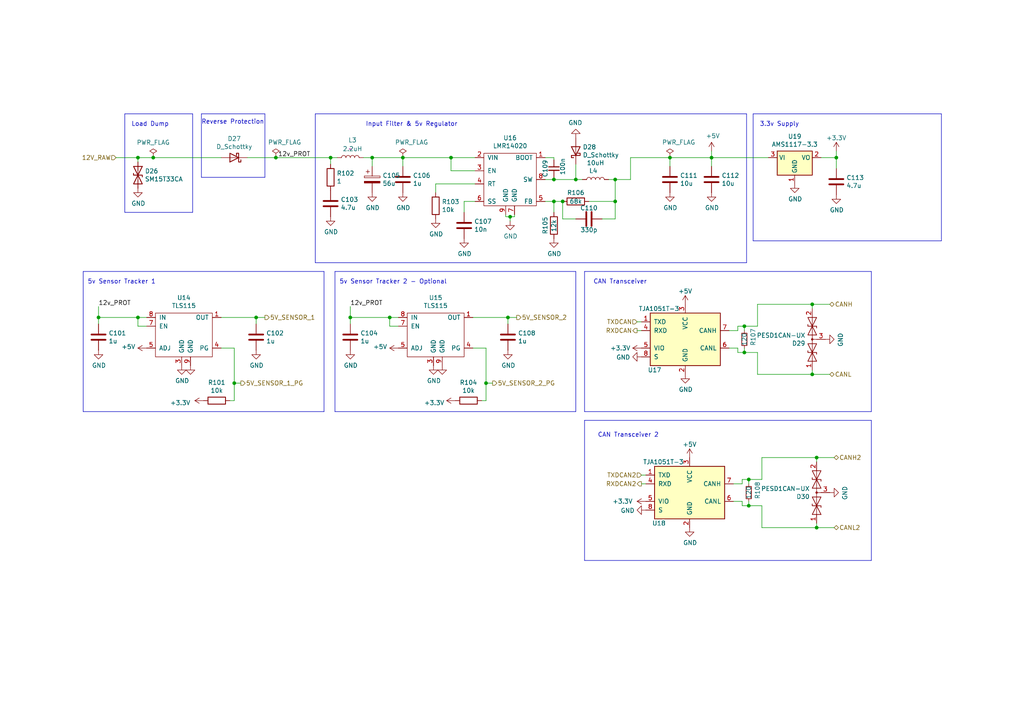
<source format=kicad_sch>
(kicad_sch (version 20231120) (generator "eeschema") (generator_version "8.0")
  (paper "A4")
  (lib_symbols
    (symbol "Device:C" (pin_numbers hide) (pin_names (offset 0.254))
      (property "Reference" "C" (at 0.635 2.54 0))
      (property "Value" "C" (at 0.635 -2.54 0))
      (symbol "C_0_1"
        (polyline (pts (xy -2.032 -0.762) (xy 2.032 -0.762)) (stroke (width 0.508)))
        (polyline (pts (xy -2.032 0.762) (xy 2.032 0.762)) (stroke (width 0.508)))
      )
      (symbol "C_1_1"
        (pin passive line (at 0 3.81 270) (length 2.794) (name "~") (number "1"))
        (pin passive line (at 0 -3.81 90) (length 2.794) (name "~") (number "2"))
      )
    )
    (symbol "Device:C_Small" (pin_numbers hide) (pin_names (offset 0.254) hide)
      (property "Reference" "C" (at 0.254 1.778 0))
      (property "Value" "C_Small" (at 0.254 -2.032 0))
      (symbol "C_Small_0_1"
        (polyline (pts (xy -1.524 -0.508) (xy 1.524 -0.508)) (stroke (width 0.3302)))
        (polyline (pts (xy -1.524 0.508) (xy 1.524 0.508)) (stroke (width 0.3048)))
      )
      (symbol "C_Small_1_1"
        (pin passive line (at 0 2.54 270) (length 2.032) (name "~") (number "1"))
        (pin passive line (at 0 -2.54 90) (length 2.032) (name "~") (number "2"))
      )
    )
    (symbol "Device:D_Schottky" (pin_numbers hide) (pin_names (offset 1.016) hide)
      (property "Reference" "D" (at 0 2.54 0))
      (property "Value" "D_Schottky" (at 0 -2.54 0))
      (symbol "D_Schottky_0_1"
        (polyline (pts (xy 1.27 0) (xy -1.27 0)))
        (polyline (pts (xy 1.27 1.27) (xy 1.27 -1.27) (xy -1.27 0) (xy 1.27 1.27)) (stroke (width 0.254)))
        (polyline (pts (xy -1.905 0.635) (xy -1.905 1.27) (xy -1.27 1.27) (xy -1.27 -1.27) (xy -0.635 -1.27) (xy -0.635 -0.635)) (stroke (width 0.254)))
      )
      (symbol "D_Schottky_1_1"
        (pin passive line (at -3.81 0 0) (length 2.54) (name "K") (number "1"))
        (pin passive line (at 3.81 0 180) (length 2.54) (name "A") (number "2"))
      )
    )
    (symbol "Device:D_TVS" (pin_numbers hide) (pin_names (offset 1.016) hide)
      (property "Reference" "D" (at 0 2.54 0))
      (property "Value" "D_TVS" (at 0 -2.54 0))
      (symbol "D_TVS_0_1"
        (polyline (pts (xy 1.27 0) (xy -1.27 0)))
        (polyline (pts (xy 0.508 1.27) (xy 0 1.27) (xy 0 -1.27) (xy -0.508 -1.27)) (stroke (width 0.254)))
        (polyline (pts (xy -2.54 1.27) (xy -2.54 -1.27) (xy 2.54 1.27) (xy 2.54 -1.27) (xy -2.54 1.27)) (stroke (width 0.254)))
      )
      (symbol "D_TVS_1_1"
        (pin passive line (at -3.81 0 0) (length 2.54) (name "A1") (number "1"))
        (pin passive line (at 3.81 0 180) (length 2.54) (name "A2") (number "2"))
      )
    )
    (symbol "Device:L" (pin_numbers hide) (pin_names (offset 1.016) hide)
      (property "Reference" "L" (at -1.27 0 90))
      (property "Value" "L" (at 1.905 0 90))
      (symbol "L_0_1"
        (arc (start 0 -2.54) (mid 0.6323 -1.905) (end 0 -1.27))
        (arc (start 0 -1.27) (mid 0.6323 -0.635) (end 0 0))
        (arc (start 0 0) (mid 0.6323 0.635) (end 0 1.27))
        (arc (start 0 1.27) (mid 0.6323 1.905) (end 0 2.54))
      )
      (symbol "L_1_1"
        (pin passive line (at 0 3.81 270) (length 1.27) (name "1") (number "1"))
        (pin passive line (at 0 -3.81 90) (length 1.27) (name "2") (number "2"))
      )
    )
    (symbol "Device:R" (pin_numbers hide) (pin_names (offset 0))
      (property "Reference" "R" (at 2.032 0 90))
      (property "Value" "R" (at 0 0 90))
      (symbol "R_0_1"
        (rectangle (start -1.016 -2.54) (end 1.016 2.54) (stroke (width 0.254)))
      )
      (symbol "R_1_1"
        (pin passive line (at 0 3.81 270) (length 1.27) (name "~") (number "1"))
        (pin passive line (at 0 -3.81 90) (length 1.27) (name "~") (number "2"))
      )
    )
    (symbol "Device:R_Small" (pin_numbers hide) (pin_names (offset 0.254) hide)
      (property "Reference" "R" (at 0.762 0.508 0))
      (property "Value" "R_Small" (at 0.762 -1.016 0))
      (symbol "R_Small_0_1"
        (rectangle (start -0.762 1.778) (end 0.762 -1.778) (stroke (width 0.2032)))
      )
      (symbol "R_Small_1_1"
        (pin passive line (at 0 2.54 270) (length 0.762) (name "~") (number "1"))
        (pin passive line (at 0 -2.54 90) (length 0.762) (name "~") (number "2"))
      )
    )
    (symbol "Interface_CAN_LIN:TJA1051T-3" (pin_names (offset 1.016))
      (property "Reference" "U" (at -10.16 8.89 0))
      (property "Value" "TJA1051T-3" (at 1.27 8.89 0))
      (symbol "TJA1051T-3_0_1"
        (rectangle (start -10.16 7.62) (end 10.16 -7.62) (stroke (width 0.254)) (fill (type background)))
      )
      (symbol "TJA1051T-3_1_1"
        (pin input line (at -12.7 5.08 0) (length 2.54) (name "TXD") (number "1"))
        (pin power_in line (at 0 -10.16 90) (length 2.54) (name "GND") (number "2"))
        (pin power_in line (at 0 10.16 270) (length 2.54) (name "VCC") (number "3"))
        (pin output line (at -12.7 2.54 0) (length 2.54) (name "RXD") (number "4"))
        (pin power_in line (at -12.7 -2.54 0) (length 2.54) (name "VIO") (number "5"))
        (pin bidirectional line (at 12.7 -2.54 180) (length 2.54) (name "CANL") (number "6"))
        (pin bidirectional line (at 12.7 2.54 180) (length 2.54) (name "CANH") (number "7"))
        (pin input line (at -12.7 -5.08 0) (length 2.54) (name "S") (number "8"))
      )
    )
    (symbol "Regulator_Linear:AMS1117-3.3"
      (property "Reference" "U" (at -3.81 3.175 0))
      (property "Value" "AMS1117-3.3" (at 0 3.175 0))
      (symbol "AMS1117-3.3_0_1"
        (rectangle (start -5.08 -5.08) (end 5.08 1.905) (stroke (width 0.254)) (fill (type background)))
      )
      (symbol "AMS1117-3.3_1_1"
        (pin power_in line (at 0 -7.62 90) (length 2.54) (name "GND") (number "1"))
        (pin power_out line (at 7.62 0 180) (length 2.54) (name "VO") (number "2"))
        (pin power_in line (at -7.62 0 0) (length 2.54) (name "VI") (number "3"))
      )
    )
    (symbol "infineon_psu:TLS115" (pin_names (offset 1.016))
      (property "Reference" "U" (at -6.35 -10.16 0))
      (property "Value" "TLS115" (at -3.81 5.08 0))
      (symbol "TLS115_0_1"
        (rectangle (start -7.62 3.81) (end 8.89 -8.89))
      )
      (symbol "TLS115_1_1"
        (pin output line (at 11.43 2.54 180) (length 2.54) (name "OUT") (number "1"))
        (pin no_connect line (at 0 0 0) (length 2.54) hide (name "~") (number "2"))
        (pin power_in line (at 0 -11.43 90) (length 2.54) (name "GND") (number "3"))
        (pin open_collector line (at 11.43 -6.35 180) (length 2.54) (name "PG") (number "4"))
        (pin input line (at -10.16 -6.35 0) (length 2.54) (name "ADJ") (number "5"))
        (pin no_connect line (at 0 -2.54 0) (length 2.54) hide (name "~") (number "6"))
        (pin input line (at -10.16 0 0) (length 2.54) (name "EN") (number "7"))
        (pin power_in line (at -10.16 2.54 0) (length 2.54) (name "IN") (number "8"))
        (pin power_in line (at 2.54 -11.43 90) (length 2.54) (name "GND") (number "9"))
      )
    )
    (symbol "lmr14020:LMR14020" (pin_names (offset 1.016))
      (property "Reference" "U" (at -3.81 -11.43 0))
      (property "Value" "LMR14020" (at 2.54 8.89 0))
      (symbol "LMR14020_0_1"
        (rectangle (start -5.08 -8.89) (end 10.16 6.35))
      )
      (symbol "LMR14020_1_1"
        (pin bidirectional line (at 12.7 5.08 180) (length 2.54) (name "BOOT") (number "1"))
        (pin power_in line (at -7.62 5.08 0) (length 2.54) (name "VIN") (number "2"))
        (pin input line (at -7.62 1.27 0) (length 2.54) (name "EN") (number "3"))
        (pin bidirectional line (at -7.62 -2.54 0) (length 2.54) (name "RT") (number "4"))
        (pin input line (at 12.7 -7.62 180) (length 2.54) (name "FB") (number "5"))
        (pin bidirectional line (at -7.62 -7.62 0) (length 2.54) (name "SS") (number "6"))
        (pin power_in line (at 3.81 -11.43 90) (length 2.54) (name "GND") (number "7"))
        (pin power_out line (at 12.7 -1.27 180) (length 2.54) (name "SW") (number "8"))
        (pin power_in line (at 1.27 -11.43 90) (length 2.54) (name "GND") (number "9"))
      )
    )
    (symbol "power:+3.3V" (power) (pin_names (offset 0))
      (property "Value" "+3.3V" (at 0 3.556 0))
      (symbol "+3.3V_0_1"
        (polyline (pts (xy -0.762 1.27) (xy 0 2.54)))
        (polyline (pts (xy 0 0) (xy 0 2.54)))
        (polyline (pts (xy 0 2.54) (xy 0.762 1.27)))
      )
      (symbol "+3.3V_1_1"
        (pin power_in line (at 0 0 90) (length 0) hide (name "+3.3V") (number "1"))
      )
    )
    (symbol "power:+5V" (power) (pin_names (offset 0))
      (property "Value" "+5V" (at 0 3.556 0))
      (symbol "+5V_0_1"
        (polyline (pts (xy -0.762 1.27) (xy 0 2.54)))
        (polyline (pts (xy 0 0) (xy 0 2.54)))
        (polyline (pts (xy 0 2.54) (xy 0.762 1.27)))
      )
      (symbol "+5V_1_1"
        (pin power_in line (at 0 0 90) (length 0) hide (name "+5V") (number "1"))
      )
    )
    (symbol "power:GND" (power) (pin_names (offset 0))
      (property "Value" "GND" (at 0 -3.81 0))
      (symbol "GND_0_1"
        (polyline (pts (xy 0 0) (xy 0 -1.27) (xy 1.27 -1.27) (xy 0 -2.54) (xy -1.27 -1.27) (xy 0 -1.27)))
      )
      (symbol "GND_1_1"
        (pin power_in line (at 0 0 270) (length 0) hide (name "GND") (number "1"))
      )
    )
    (symbol "power:PWR_FLAG" (power) (pin_numbers hide) (pin_names (offset 0) hide)
      (property "Value" "PWR_FLAG" (at 0 3.81 0))
      (symbol "PWR_FLAG_0_0"
        (pin power_out line (at 0 0 90) (length 0) (name "pwr") (number "1"))
      )
      (symbol "PWR_FLAG_0_1"
        (polyline (pts (xy 0 0) (xy 0 1.27) (xy -1.016 1.905) (xy 0 2.54) (xy 1.016 1.905) (xy 0 1.27)))
      )
    )
    (symbol "proteus-rescue:CP-Device" (pin_numbers hide) (pin_names (offset 0.254))
      (property "Reference" "C" (at 0.635 2.54 0))
      (property "Value" "Device_CP" (at 0.635 -2.54 0))
      (symbol "CP-Device_0_1"
        (rectangle (start -2.286 0.508) (end 2.286 1.016))
        (polyline (pts (xy -1.778 2.286) (xy -0.762 2.286)))
        (polyline (pts (xy -1.27 2.794) (xy -1.27 1.778)))
        (rectangle (start 2.286 -0.508) (end -2.286 -1.016) (fill (type outline)))
      )
      (symbol "CP-Device_1_1"
        (pin passive line (at 0 3.81 270) (length 2.794) (name "~") (number "1"))
        (pin passive line (at 0 -3.81 90) (length 2.794) (name "~") (number "2"))
      )
    )
    (symbol "proteus-rescue:D_TVS_x2_AAC-Device" (pin_names (offset 1.016) hide)
      (property "Reference" "D" (at 0 4.445 0))
      (property "Value" "Device_D_TVS_x2_AAC" (at 0 2.54 0))
      (symbol "D_TVS_x2_AAC-Device_0_0"
        (polyline (pts (xy 0 -1.27) (xy 0 0)))
      )
      (symbol "D_TVS_x2_AAC-Device_0_1"
        (polyline (pts (xy -6.35 0) (xy 6.35 0)))
        (polyline (pts (xy -3.302 1.27) (xy -3.81 1.27) (xy -3.81 -1.27) (xy -4.318 -1.27)) (stroke (width 0.2032)))
        (polyline (pts (xy 4.318 1.27) (xy 3.81 1.27) (xy 3.81 -1.27) (xy 3.302 -1.27)) (stroke (width 0.2032)))
        (polyline (pts (xy -6.35 -1.27) (xy -1.27 1.27) (xy -1.27 -1.27) (xy -6.35 1.27) (xy -6.35 -1.27)) (stroke (width 0.2032)))
        (polyline (pts (xy 1.27 -1.27) (xy 1.27 1.27) (xy 6.35 -1.27) (xy 6.35 1.27) (xy 1.27 -1.27)) (stroke (width 0.2032)))
        (circle (center 0 0) (radius 0.254) (fill (type outline)))
      )
      (symbol "D_TVS_x2_AAC-Device_1_1"
        (pin passive line (at -8.89 0 0) (length 2.54) (name "A1") (number "1"))
        (pin passive line (at 8.89 0 180) (length 2.54) (name "A2") (number "2"))
        (pin input line (at 0 -3.81 90) (length 2.54) (name "common") (number "3"))
      )
    )
  )
  (junction (at 235.585 88.265))
  (junction (at 235.585 108.585))
  (junction (at 178.435 58.42))
  (junction (at 206.375 45.72))
  (junction (at 236.855 153.035))
  (junction (at 160.655 58.42))
  (junction (at 194.31 45.72))
  (junction (at 116.84 45.72))
  (junction (at 140.97 111.125))
  (junction (at 215.9 94.615))
  (junction (at 160.655 52.07))
  (junction (at 130.81 45.72))
  (junction (at 40.005 45.72))
  (junction (at 236.855 132.715))
  (junction (at 215.9 102.235))
  (junction (at 107.95 45.72))
  (junction (at 147.32 92.075))
  (junction (at 167.005 52.07))
  (junction (at 113.03 92.075))
  (junction (at 95.885 45.72))
  (junction (at 178.435 52.07))
  (junction (at 242.57 45.72))
  (junction (at 101.6 92.075))
  (junction (at 217.17 139.065))
  (junction (at 80.01 45.72))
  (junction (at 44.45 45.72))
  (junction (at 163.195 58.42))
  (junction (at 217.17 146.685))
  (junction (at 74.295 92.075))
  (junction (at 67.945 111.125))
  (junction (at 28.575 92.075))
  (junction (at 147.955 62.865))
  (junction (at 40.005 92.075))
  (wire (pts (xy 95.885 45.72) (xy 95.885 47.625)))
  (wire (pts (xy 211.455 95.885) (xy 213.995 95.885)))
  (wire (pts (xy 101.6 93.98) (xy 101.6 92.075)))
  (wire (pts (xy 178.435 52.07) (xy 182.88 52.07)))
  (wire (pts (xy 146.685 62.23) (xy 146.685 62.865)))
  (wire (pts (xy 142.875 111.125) (xy 140.97 111.125)))
  (wire (pts (xy 28.575 93.98) (xy 28.575 92.075)))
  (polyline (pts (xy 24.13 119.38) (xy 24.13 78.74)))
  (wire (pts (xy 235.585 88.265) (xy 219.71 88.265)))
  (polyline (pts (xy 36.195 61.595) (xy 55.88 61.595)))
  (wire (pts (xy 28.575 88.9) (xy 28.575 92.075)))
  (wire (pts (xy 217.17 139.065) (xy 215.265 139.065)))
  (wire (pts (xy 182.88 45.72) (xy 194.31 45.72)))
  (wire (pts (xy 105.41 45.72) (xy 107.95 45.72)))
  (wire (pts (xy 149.86 92.075) (xy 147.32 92.075)))
  (wire (pts (xy 220.98 153.035) (xy 220.98 146.685)))
  (wire (pts (xy 167.005 47.625) (xy 167.005 52.07)))
  (wire (pts (xy 184.785 95.885) (xy 186.055 95.885)))
  (wire (pts (xy 215.265 140.335) (xy 215.265 139.065)))
  (polyline (pts (xy 91.44 76.2) (xy 216.535 76.2)))
  (wire (pts (xy 217.17 145.415) (xy 217.17 146.685)))
  (wire (pts (xy 178.435 58.42) (xy 178.435 52.07)))
  (polyline (pts (xy 36.195 33.02) (xy 55.88 33.02)))
  (wire (pts (xy 213.995 95.885) (xy 213.995 94.615)))
  (wire (pts (xy 64.135 100.965) (xy 67.945 100.965)))
  (wire (pts (xy 212.725 145.415) (xy 215.265 145.415)))
  (wire (pts (xy 206.375 43.815) (xy 206.375 45.72)))
  (wire (pts (xy 69.85 111.125) (xy 67.945 111.125)))
  (wire (pts (xy 134.62 61.595) (xy 134.62 58.42)))
  (wire (pts (xy 126.365 55.88) (xy 126.365 53.34)))
  (wire (pts (xy 217.17 139.065) (xy 220.98 139.065)))
  (wire (pts (xy 194.31 45.72) (xy 194.31 48.26)))
  (polyline (pts (xy 169.545 121.92) (xy 252.73 121.92)))
  (wire (pts (xy 215.265 145.415) (xy 215.265 146.685)))
  (wire (pts (xy 167.005 52.07) (xy 168.91 52.07)))
  (wire (pts (xy 107.95 45.72) (xy 107.95 48.26)))
  (wire (pts (xy 116.84 45.72) (xy 130.81 45.72)))
  (wire (pts (xy 178.435 58.42) (xy 178.435 63.5)))
  (wire (pts (xy 182.88 52.07) (xy 182.88 45.72)))
  (wire (pts (xy 158.115 45.72) (xy 160.655 45.72)))
  (polyline (pts (xy 218.44 33.02) (xy 273.05 33.02)))
  (polyline (pts (xy 252.73 121.92) (xy 252.73 162.56)))
  (wire (pts (xy 187.325 137.795) (xy 186.055 137.795)))
  (wire (pts (xy 158.115 52.07) (xy 160.655 52.07)))
  (wire (pts (xy 211.455 100.965) (xy 213.995 100.965)))
  (polyline (pts (xy 169.545 119.38) (xy 169.545 78.74)))
  (wire (pts (xy 215.9 94.615) (xy 213.995 94.615)))
  (polyline (pts (xy 76.835 51.435) (xy 58.42 51.435)))
  (wire (pts (xy 134.62 58.42) (xy 137.795 58.42)))
  (polyline (pts (xy 216.535 33.02) (xy 91.44 33.02)))
  (wire (pts (xy 130.81 49.53) (xy 137.795 49.53)))
  (polyline (pts (xy 24.13 78.74) (xy 93.98 78.74)))
  (polyline (pts (xy 93.98 119.38) (xy 24.13 119.38)))
  (polyline (pts (xy 76.835 33.02) (xy 76.835 51.435)))
  (polyline (pts (xy 167.005 78.74) (xy 167.005 119.38)))
  (wire (pts (xy 236.855 153.035) (xy 236.855 151.765)))
  (polyline (pts (xy 169.545 162.56) (xy 169.545 121.92)))
  (wire (pts (xy 101.6 88.9) (xy 101.6 92.075)))
  (wire (pts (xy 178.435 63.5) (xy 174.625 63.5)))
  (wire (pts (xy 40.005 45.72) (xy 40.005 46.99)))
  (wire (pts (xy 137.16 100.965) (xy 140.97 100.965)))
  (polyline (pts (xy 218.44 69.85) (xy 218.44 33.02)))
  (wire (pts (xy 213.995 100.965) (xy 213.995 102.235)))
  (wire (pts (xy 113.03 92.075) (xy 115.57 92.075)))
  (polyline (pts (xy 97.155 78.74) (xy 167.005 78.74)))
  (wire (pts (xy 147.955 64.135) (xy 147.955 62.865)))
  (wire (pts (xy 240.665 108.585) (xy 235.585 108.585)))
  (polyline (pts (xy 58.42 51.435) (xy 58.42 33.02)))
  (wire (pts (xy 158.115 58.42) (xy 160.655 58.42)))
  (wire (pts (xy 160.655 58.42) (xy 160.655 61.595)))
  (polyline (pts (xy 216.535 76.2) (xy 216.535 33.02)))
  (wire (pts (xy 242.57 43.815) (xy 242.57 45.72)))
  (wire (pts (xy 95.885 45.72) (xy 97.79 45.72)))
  (wire (pts (xy 235.585 88.265) (xy 235.585 89.535)))
  (wire (pts (xy 67.945 100.965) (xy 67.945 111.125)))
  (wire (pts (xy 40.005 92.075) (xy 42.545 92.075)))
  (wire (pts (xy 220.98 146.685) (xy 217.17 146.685)))
  (wire (pts (xy 215.9 94.615) (xy 219.71 94.615)))
  (wire (pts (xy 219.71 108.585) (xy 219.71 102.235)))
  (wire (pts (xy 147.32 92.075) (xy 147.32 93.98)))
  (polyline (pts (xy 252.73 78.74) (xy 252.73 119.38)))
  (wire (pts (xy 33.655 45.72) (xy 40.005 45.72)))
  (wire (pts (xy 139.7 116.205) (xy 140.97 116.205)))
  (wire (pts (xy 206.375 45.72) (xy 206.375 48.26)))
  (wire (pts (xy 160.655 52.07) (xy 167.005 52.07)))
  (wire (pts (xy 137.16 92.075) (xy 147.32 92.075)))
  (wire (pts (xy 170.815 58.42) (xy 178.435 58.42)))
  (wire (pts (xy 44.45 45.72) (xy 40.005 45.72)))
  (wire (pts (xy 219.71 88.265) (xy 219.71 94.615)))
  (wire (pts (xy 130.81 45.72) (xy 137.795 45.72)))
  (wire (pts (xy 67.945 116.205) (xy 67.945 111.125)))
  (wire (pts (xy 215.9 102.235) (xy 213.995 102.235)))
  (polyline (pts (xy 167.005 119.38) (xy 97.155 119.38)))
  (wire (pts (xy 115.57 94.615) (xy 113.03 94.615)))
  (wire (pts (xy 71.755 45.72) (xy 80.01 45.72)))
  (wire (pts (xy 186.055 140.335) (xy 187.325 140.335)))
  (wire (pts (xy 186.055 93.345) (xy 184.785 93.345)))
  (wire (pts (xy 235.585 108.585) (xy 235.585 107.315)))
  (wire (pts (xy 42.545 94.615) (xy 40.005 94.615)))
  (polyline (pts (xy 91.44 33.02) (xy 91.44 76.2)))
  (wire (pts (xy 101.6 92.075) (xy 113.03 92.075)))
  (polyline (pts (xy 93.98 78.74) (xy 93.98 119.38)))
  (wire (pts (xy 160.655 45.72) (xy 160.655 46.355)))
  (polyline (pts (xy 55.88 33.02) (xy 55.88 61.595)))
  (wire (pts (xy 160.655 58.42) (xy 163.195 58.42)))
  (wire (pts (xy 236.855 132.715) (xy 220.98 132.715)))
  (wire (pts (xy 66.675 116.205) (xy 67.945 116.205)))
  (wire (pts (xy 116.84 48.26) (xy 116.84 45.72)))
  (wire (pts (xy 212.725 140.335) (xy 215.265 140.335)))
  (wire (pts (xy 206.375 45.72) (xy 222.885 45.72)))
  (wire (pts (xy 219.71 102.235) (xy 215.9 102.235)))
  (wire (pts (xy 217.17 146.685) (xy 215.265 146.685)))
  (wire (pts (xy 215.9 95.885) (xy 215.9 94.615)))
  (polyline (pts (xy 252.73 119.38) (xy 169.545 119.38)))
  (wire (pts (xy 64.135 92.075) (xy 74.295 92.075)))
  (wire (pts (xy 126.365 53.34) (xy 137.795 53.34)))
  (wire (pts (xy 236.855 153.035) (xy 220.98 153.035)))
  (wire (pts (xy 163.195 63.5) (xy 163.195 58.42)))
  (wire (pts (xy 130.81 45.72) (xy 130.81 49.53)))
  (wire (pts (xy 146.685 62.865) (xy 147.955 62.865)))
  (wire (pts (xy 241.935 132.715) (xy 236.855 132.715)))
  (polyline (pts (xy 273.05 69.85) (xy 218.44 69.85)))
  (wire (pts (xy 160.655 51.435) (xy 160.655 52.07)))
  (wire (pts (xy 149.225 62.865) (xy 149.225 62.23)))
  (wire (pts (xy 236.855 132.715) (xy 236.855 133.985)))
  (wire (pts (xy 240.665 88.265) (xy 235.585 88.265)))
  (wire (pts (xy 167.005 63.5) (xy 163.195 63.5)))
  (wire (pts (xy 140.97 116.205) (xy 140.97 111.125)))
  (polyline (pts (xy 252.73 162.56) (xy 169.545 162.56)))
  (wire (pts (xy 107.95 45.72) (xy 116.84 45.72)))
  (wire (pts (xy 220.98 132.715) (xy 220.98 139.065)))
  (wire (pts (xy 215.9 100.965) (xy 215.9 102.235)))
  (wire (pts (xy 28.575 92.075) (xy 40.005 92.075)))
  (wire (pts (xy 74.295 92.075) (xy 74.295 93.98)))
  (wire (pts (xy 242.57 45.72) (xy 242.57 48.895)))
  (wire (pts (xy 217.17 140.335) (xy 217.17 139.065)))
  (polyline (pts (xy 273.05 33.02) (xy 273.05 69.85)))
  (wire (pts (xy 238.125 45.72) (xy 242.57 45.72)))
  (wire (pts (xy 241.935 153.035) (xy 236.855 153.035)))
  (polyline (pts (xy 169.545 78.74) (xy 252.73 78.74)))
  (wire (pts (xy 76.835 92.075) (xy 74.295 92.075)))
  (wire (pts (xy 113.03 94.615) (xy 113.03 92.075)))
  (wire (pts (xy 80.01 45.72) (xy 95.885 45.72)))
  (polyline (pts (xy 97.155 119.38) (xy 97.155 78.74)))
  (wire (pts (xy 194.31 45.72) (xy 206.375 45.72)))
  (wire (pts (xy 140.97 100.965) (xy 140.97 111.125)))
  (polyline (pts (xy 58.42 33.02) (xy 76.835 33.02)))
  (wire (pts (xy 235.585 108.585) (xy 219.71 108.585)))
  (wire (pts (xy 147.955 62.865) (xy 149.225 62.865)))
  (wire (pts (xy 40.005 94.615) (xy 40.005 92.075)))
  (wire (pts (xy 176.53 52.07) (xy 178.435 52.07)))
  (polyline (pts (xy 36.195 61.595) (xy 36.195 33.02)))
  (wire (pts (xy 64.135 45.72) (xy 44.45 45.72)))
  (text "Reverse Protection" (at 58.42 36.195 0) (effects (font (size 1.27 1.27)) (justify left bottom)))
  (text "3.3v Supply" (at 220.345 36.83 0) (effects (font (size 1.27 1.27)) (justify left bottom)))
  (text "CAN Transceiver 2" (at 173.355 127 0) (effects (font (size 1.27 1.27)) (justify left bottom)))
  (text "CAN Transceiver" (at 172.085 82.55 0) (effects (font (size 1.27 1.27)) (justify left bottom)))
  (text "5v Sensor Tracker 1" (at 25.4 82.55 0) (effects (font (size 1.27 1.27)) (justify left bottom)))
  (text "5v Sensor Tracker 2 - Optional" (at 98.425 82.55 0) (effects (font (size 1.27 1.27)) (justify left bottom)))
  (text "Input Filter & 5v Regulator" (at 106.045 36.83 0) (effects (font (size 1.27 1.27)) (justify left bottom)))
  (text "Load Dump" (at 38.1 36.83 0) (effects (font (size 1.27 1.27)) (justify left bottom)))
  (label "12v_PROT" (at 28.575 88.9 0))
  (label "12v_PROT" (at 101.6 88.9 0))
  (label "12v_PROT" (at 80.645 45.72 0))
  (hierarchical_label "CANL2" (shape bidirectional) (at 241.935 153.035 0))
  (hierarchical_label "12V_RAW" (shape input) (at 33.655 45.72 180))
  (hierarchical_label "CANL" (shape bidirectional) (at 240.665 108.585 0))
  (hierarchical_label "CANH" (shape bidirectional) (at 240.665 88.265 0))
  (hierarchical_label "5V_SENSOR_1_PG" (shape output) (at 69.85 111.125 0))
  (hierarchical_label "5V_SENSOR_1" (shape output) (at 76.835 92.075 0))
  (hierarchical_label "TXDCAN" (shape input) (at 184.785 93.345 180))
  (hierarchical_label "TXDCAN2" (shape input) (at 186.055 137.795 180))
  (hierarchical_label "5V_SENSOR_2" (shape output) (at 149.86 92.075 0))
  (hierarchical_label "CANH2" (shape bidirectional) (at 241.935 132.715 0))
  (hierarchical_label "RXDCAN2" (shape output) (at 186.055 140.335 180))
  (hierarchical_label "RXDCAN" (shape output) (at 184.785 95.885 180))
  (hierarchical_label "5V_SENSOR_2_PG" (shape output) (at 142.875 111.125 0))
  (symbol (lib_id "Device:C") (at 242.57 52.705 0) (unit 1)
    (property "Reference" "C113" (at 245.491 51.5366 0) (effects (justify left)))
    (property "Value" "4.7u" (at 245.491 53.848 0) (effects (justify left)))
    (property "Footprint" "Capacitor_SMD:C_0603_1608Metric" (effects (hide yes)))
    (property "LCSC" "C19666" (effects (hide yes)))
    (property "PN" "CL10A475KO8NNNC" (effects (hide yes)))
    (instances (project "ECUGDI" (path "" (reference "C113") (unit 1))) (project "proteus" (path "" (reference "C903") (unit 1))))
  )
  (symbol (lib_id "Device:D_Schottky") (at 67.945 45.72 180) (unit 1)
    (property "Reference" "D27" (at 67.945 40.2336 0))
    (property "Value" "D_Schottky" (at 67.945 42.545 0))
    (property "Footprint" "Diode_SMD:D_SMA" (effects (hide yes)))
    (property "LCSC" "C8678" (effects (hide yes)))
    (property "PN" "SS34A" (effects (hide yes)))
    (instances (project "ECUGDI" (path "" (reference "D27") (unit 1))) (project "proteus" (path "" (reference "D903") (unit 1))))
  )
  (symbol (lib_id "power:GND") (at 55.245 106.045 0) (unit 1)
    (property "Reference" "#PWR0194" (effects (hide yes)))
    (property "Value" "GND" (effects (hide yes)))
    (instances (project "ECUGDI" (path "" (reference "#PWR0194") (unit 1))) (project "proteus" (path "" (reference "#PWR01035") (unit 1))))
  )
  (symbol (lib_id "power:GND") (at 167.005 40.005 180) (unit 1)
    (property "Reference" "#PWR0210" (effects (hide yes)))
    (property "Value" "GND" (at 166.878 35.6108 0))
    (instances (project "ECUGDI" (path "" (reference "#PWR0210") (unit 1))) (project "proteus" (path "" (reference "#PWR0228") (unit 1))))
  )
  (symbol (lib_id "Device:R") (at 62.865 116.205 270) (unit 1)
    (property "Reference" "R101" (at 62.865 110.9472 90))
    (property "Value" "10k" (at 62.865 113.2586 90))
    (property "Footprint" "Resistor_SMD:R_0402_1005Metric" (effects (hide yes)))
    (property "LCSC" "C25744" (effects (hide yes)))
    (property "PN" "RC0402FR-0710KL" (effects (hide yes)))
    (instances (project "ECUGDI" (path "" (reference "R101") (unit 1))) (project "proteus" (path "" (reference "R1006") (unit 1))))
  )
  (symbol (lib_id "Device:D_Schottky") (at 167.005 43.815 90) (unit 1)
    (property "Reference" "D28" (at 169.0116 42.6466 90) (effects (justify right)))
    (property "Value" "D_Schottky" (at 169.0116 44.958 90) (effects (justify right)))
    (property "Footprint" "Diode_SMD:D_SMA" (effects (hide yes)))
    (property "LCSC" "C8678" (effects (hide yes)))
    (property "PN" "SS34A" (effects (hide yes)))
    (instances (project "ECUGDI" (path "" (reference "D28") (unit 1))) (project "proteus" (path "" (reference "D901") (unit 1))))
  )
  (symbol (lib_id "power:GND") (at 194.31 55.88 0) (unit 1)
    (property "Reference" "#PWR0215" (effects (hide yes)))
    (property "Value" "GND" (at 194.437 60.2742 0))
    (instances (project "ECUGDI" (path "" (reference "#PWR0215") (unit 1))) (project "proteus" (path "" (reference "#PWR0102") (unit 1))))
  )
  (symbol (lib_id "Device:C") (at 101.6 97.79 0) (unit 1)
    (property "Reference" "C104" (at 104.521 96.6216 0) (effects (justify left)))
    (property "Value" "1u" (at 104.521 98.933 0) (effects (justify left)))
    (property "Footprint" "Capacitor_SMD:C_0603_1608Metric" (effects (hide yes)))
    (property "LCSC" "C15849" (effects (hide yes)))
    (property "PN" "CL10A105KB8NNNC" (effects (hide yes)))
    (instances (project "ECUGDI" (path "" (reference "C104") (unit 1))) (project "proteus" (path "" (reference "C1017") (unit 1))))
  )
  (symbol (lib_id "power:GND") (at 125.73 106.045 0) (unit 1)
    (property "Reference" "#PWR0202" (effects (hide yes)))
    (property "Value" "GND" (at 125.857 110.4392 0))
    (instances (project "ECUGDI" (path "" (reference "#PWR0202") (unit 1))) (project "proteus" (path "" (reference "#PWR01036") (unit 1))))
  )
  (symbol (lib_id "power:+5V") (at 42.545 100.965 90) (unit 1)
    (property "Reference" "#PWR0192" (effects (hide yes)))
    (property "Value" "+5V" (at 39.2938 100.584 90) (effects (justify left)))
    (instances (project "ECUGDI" (path "" (reference "#PWR0192") (unit 1))) (project "proteus" (path "" (reference "#PWR01028") (unit 1))))
  )
  (symbol (lib_id "power:+5V") (at 200.025 132.715 0) (unit 1)
    (property "Reference" "#PWR0218" (effects (hide yes)))
    (property "Value" "+5V" (at 200.025 128.905 0))
    (instances (project "ECUGDI" (path "" (reference "#PWR0218") (unit 1))) (project "proteus" (path "" (reference "#PWR0318") (unit 1))))
  )
  (symbol (lib_id "Device:C") (at 147.32 97.79 0) (unit 1)
    (property "Reference" "C108" (at 150.241 96.6216 0) (effects (justify left)))
    (property "Value" "1u" (at 150.241 98.933 0) (effects (justify left)))
    (property "Footprint" "Capacitor_SMD:C_0603_1608Metric" (effects (hide yes)))
    (property "LCSC" "C15849" (effects (hide yes)))
    (property "PN" "CL10A105KB8NNNC" (effects (hide yes)))
    (instances (project "ECUGDI" (path "" (reference "C108") (unit 1))) (project "proteus" (path "" (reference "C1018") (unit 1))))
  )
  (symbol (lib_id "Device:C") (at 134.62 65.405 0) (unit 1)
    (property "Reference" "C107" (at 137.541 64.2366 0) (effects (justify left)))
    (property "Value" "10n" (at 137.541 66.548 0) (effects (justify left)))
    (property "Footprint" "Capacitor_SMD:C_0603_1608Metric" (effects (hide yes)))
    (property "LCSC" "C57112" (effects (hide yes)))
    (property "PN" "0603B103K500NT" (effects (hide yes)))
    (instances (project "ECUGDI" (path "" (reference "C107") (unit 1))) (project "proteus" (path "" (reference "C902") (unit 1))))
  )
  (symbol (lib_id "Device:C") (at 95.885 59.055 0) (unit 1)
    (property "Reference" "C103" (at 98.806 57.8866 0) (effects (justify left)))
    (property "Value" "4.7u" (at 98.806 60.198 0) (effects (justify left)))
    (property "Footprint" "Capacitor_SMD:C_0603_1608Metric" (effects (hide yes)))
    (property "LCSC" "C19666" (effects (hide yes)))
    (property "PN" "CL10A475KO8NNNC" (effects (hide yes)))
    (instances (project "ECUGDI" (path "" (reference "C103") (unit 1))) (project "proteus" (path "" (reference "C1006") (unit 1))))
  )
  (symbol (lib_id "Device:L") (at 101.6 45.72 90) (unit 1)
    (property "Reference" "L3" (at 102.235 40.64 90))
    (property "Value" "2.2uH" (at 102.235 43.18 90))
    (property "Footprint" "Inductor_SMD:L_1210_3225Metric" (effects (hide yes)))
    (property "Datasheet" "~" (at 101.6 43.18 90))
    (property "LCSC" "C36828" (effects (hide yes)))
    (property "PN" "SRN3015TA-2R2M" (effects (hide yes)))
    (instances (project "ECUGDI" (path "" (reference "L3") (unit 1))) (project "proteus" (path "" (reference "L1002") (unit 1))))
  )
  (symbol (lib_id "power:+3.3V") (at 186.055 100.965 90) (unit 1)
    (property "Reference" "#PWR0107" (effects (hide yes)))
    (property "Value" "+3.3V" (at 182.88 100.965 90) (effects (justify left)))
  )
  (symbol (lib_id "infineon_psu:TLS115") (at 52.705 94.615 0) (unit 1)
    (property "Reference" "U14" (at 53.34 86.36 0))
    (property "Value" "TLS115" (at 53.34 88.6714 0))
    (property "Footprint" "Package_SO:Infineon_PG-DSO-8-43" (effects (hide yes)))
    (property "LCSC" "N/A" (effects (hide yes)))
    (property "PN" "TLS115D0E" (effects (hide yes)))
    (instances (project "ECUGDI" (path "" (reference "U14") (unit 1))) (project "proteus" (path "" (reference "U1004") (unit 1))))
  )
  (symbol (lib_id "power:GND") (at 186.055 103.505 270) (unit 1)
    (property "Reference" "#PWR0212" (effects (hide yes)))
    (property "Value" "GND" (at 182.8038 103.632 90) (effects (justify right)))
    (instances (project "ECUGDI" (path "" (reference "#PWR0212") (unit 1))) (project "proteus" (path "" (reference "#PWR0290") (unit 1))))
  )
  (symbol (lib_id "power:GND") (at 126.365 63.5 0) (unit 1)
    (property "Reference" "#PWR0203" (effects (hide yes)))
    (property "Value" "GND" (at 126.492 67.8942 0))
    (instances (project "ECUGDI" (path "" (reference "#PWR0203") (unit 1))) (project "proteus" (path "" (reference "#PWR0223") (unit 1))))
  )
  (symbol (lib_id "power:+3.3V") (at 59.055 116.205 90) (unit 1)
    (property "Reference" "#PWR094" (effects (hide yes)))
    (property "Value" "+3.3V" (at 55.245 116.84 90) (effects (justify left)))
  )
  (symbol (lib_id "Device:R") (at 167.005 58.42 90) (unit 1)
    (property "Reference" "R106" (at 167.005 55.88 90))
    (property "Value" "68k" (at 167.005 58.42 90))
    (property "Footprint" "Resistor_SMD:R_0402_1005Metric" (effects (hide yes)))
    (property "LCSC" "C36871" (effects (hide yes)))
    (property "PN" "RC0402FR-0768KL" (effects (hide yes)))
    (instances (project "ECUGDI" (path "" (reference "R106") (unit 1))) (project "proteus" (path "" (reference "R908") (unit 1))))
  )
  (symbol (lib_id "Device:C") (at 74.295 97.79 0) (unit 1)
    (property "Reference" "C102" (at 77.216 96.6216 0) (effects (justify left)))
    (property "Value" "1u" (at 77.216 98.933 0) (effects (justify left)))
    (property "Footprint" "Capacitor_SMD:C_0603_1608Metric" (effects (hide yes)))
    (property "LCSC" "C15849" (effects (hide yes)))
    (property "PN" "CL10A105KB8NNNC" (effects (hide yes)))
    (instances (project "ECUGDI" (path "" (reference "C102") (unit 1))) (project "proteus" (path "" (reference "C1016") (unit 1))))
  )
  (symbol (lib_id "power:GND") (at 240.665 142.875 90) (mirror x) (unit 1)
    (property "Reference" "#PWR0224" (effects (hide yes)))
    (property "Value" "GND" (at 245.0592 143.002 0))
    (instances (project "ECUGDI" (path "" (reference "#PWR0224") (unit 1))) (project "proteus" (path "" (reference "#PWR0316") (unit 1))))
  )
  (symbol (lib_id "power:PWR_FLAG") (at 194.31 45.72 0) (unit 1)
    (property "Reference" "#FLG010" (effects (hide yes)))
    (property "Value" "PWR_FLAG" (at 196.85 41.275 0))
    (instances (project "ECUGDI" (path "" (reference "#FLG010") (unit 1))) (project "proteus" (path "" (reference "#FLG0109") (unit 1))))
  )
  (symbol (lib_id "proteus-rescue:CP-Device") (at 107.95 52.07 0) (unit 1)
    (property "Reference" "C105" (at 110.9472 50.9016 0) (effects (justify left)))
    (property "Value" "56u" (at 110.9472 53.213 0) (effects (justify left)))
    (property "Footprint" "Capacitor_THT:CP_Radial_D8.0mm_P3.50mm" (effects (hide yes)))
    (property "LCSC" "N/A" (effects (hide yes)))
    (property "PN" "EEH-AZF1H560B" (effects (hide yes)))
    (instances (project "ECUGDI" (path "" (reference "C105") (unit 1))) (project "proteus" (path "" (reference "C1001") (unit 1))))
  )
  (symbol (lib_id "Device:C") (at 116.84 52.07 0) (unit 1)
    (property "Reference" "C106" (at 119.761 50.9016 0) (effects (justify left)))
    (property "Value" "1u" (at 119.761 53.213 0) (effects (justify left)))
    (property "Footprint" "Capacitor_SMD:C_0603_1608Metric" (effects (hide yes)))
    (property "LCSC" "C15849" (effects (hide yes)))
    (property "PN" "CL10A105KB8NNNC" (effects (hide yes)))
    (instances (project "ECUGDI" (path "" (reference "C106") (unit 1))) (project "proteus" (path "" (reference "C1002") (unit 1))))
  )
  (symbol (lib_id "power:GND") (at 116.84 55.88 0) (unit 1)
    (property "Reference" "#PWR0201" (effects (hide yes)))
    (property "Value" "GND" (at 116.967 60.2742 0))
    (instances (project "ECUGDI" (path "" (reference "#PWR0201") (unit 1))) (project "proteus" (path "" (reference "#PWR0106") (unit 1))))
  )
  (symbol (lib_id "power:GND") (at 28.575 101.6 0) (unit 1)
    (property "Reference" "#PWR0190" (effects (hide yes)))
    (property "Value" "GND" (at 28.702 105.9942 0))
    (instances (project "ECUGDI" (path "" (reference "#PWR0190") (unit 1))) (project "proteus" (path "" (reference "#PWR01030") (unit 1))))
  )
  (symbol (lib_id "Device:R_Small") (at 217.17 142.875 0) (mirror y) (unit 1)
    (property "Reference" "R108" (at 219.71 144.78 90) (effects (justify left)))
    (property "Value" "120" (at 217.17 144.78 90) (effects (justify left)))
    (property "Footprint" "Resistor_SMD:R_0603_1608Metric" (effects (hide yes)))
    (property "LCSC" "C22787" (effects (hide yes)))
    (property "PN" "RC0603FR-07120RL" (effects (hide yes)))
    (instances (project "ECUGDI" (path "" (reference "R108") (unit 1))) (project "proteus" (path "" (reference "R33") (unit 1))))
  )
  (symbol (lib_id "power:GND") (at 134.62 69.215 0) (unit 1)
    (property "Reference" "#PWR0206" (effects (hide yes)))
    (property "Value" "GND" (at 134.747 73.6092 0))
    (instances (project "ECUGDI" (path "" (reference "#PWR0206") (unit 1))) (project "proteus" (path "" (reference "#PWR0224") (unit 1))))
  )
  (symbol (lib_id "Device:R") (at 126.365 59.69 0) (unit 1)
    (property "Reference" "R103" (at 128.143 58.5216 0) (effects (justify left)))
    (property "Value" "10k" (at 128.143 60.833 0) (effects (justify left)))
    (property "Footprint" "Resistor_SMD:R_0402_1005Metric" (effects (hide yes)))
    (property "LCSC" "C25744" (effects (hide yes)))
    (property "PN" "RC0402FR-0710KL" (effects (hide yes)))
    (instances (project "ECUGDI" (path "" (reference "R103") (unit 1))) (project "proteus" (path "" (reference "R905") (unit 1))))
  )
  (symbol (lib_id "power:PWR_FLAG") (at 116.84 45.72 0) (unit 1)
    (property "Reference" "#FLG09" (effects (hide yes)))
    (property "Value" "PWR_FLAG" (at 119.38 41.275 0))
    (instances (project "ECUGDI" (path "" (reference "#FLG09") (unit 1))) (project "proteus" (path "" (reference "#FLG0104") (unit 1))))
  )
  (symbol (lib_id "power:GND") (at 128.27 106.045 0) (unit 1)
    (property "Reference" "#PWR0204" (effects (hide yes)))
    (property "Value" "GND" (effects (hide yes)))
    (instances (project "ECUGDI" (path "" (reference "#PWR0204") (unit 1))) (project "proteus" (path "" (reference "#PWR01037") (unit 1))))
  )
  (symbol (lib_id "Device:C") (at 170.815 63.5 270) (unit 1)
    (property "Reference" "C110" (at 170.815 60.325 90))
    (property "Value" "330p" (at 170.815 66.675 90))
    (property "Footprint" "Capacitor_SMD:C_0402_1005Metric" (effects (hide yes)))
    (property "LCSC" "C13533" (effects (hide yes)))
    (property "PN" "CL05C331JB5NNNC" (effects (hide yes)))
    (instances (project "ECUGDI" (path "" (reference "C110") (unit 1))) (project "proteus" (path "" (reference "C905") (unit 1))))
  )
  (symbol (lib_id "Device:C_Small") (at 160.655 48.895 0) (unit 1)
    (property "Reference" "C109" (at 158.115 51.435 90) (effects (justify left)))
    (property "Value" "100n" (at 163.195 50.8 90) (effects (justify left)))
    (property "Footprint" "Capacitor_SMD:C_0603_1608Metric" (effects (hide yes)))
    (property "LCSC" "C14663" (effects (hide yes)))
    (property "PN" "CC0603KRX7R9BB104" (effects (hide yes)))
    (instances (project "ECUGDI" (path "" (reference "C109") (unit 1))) (project "proteus" (path "" (reference "C904") (unit 1))))
  )
  (symbol (lib_id "power:GND") (at 239.395 98.425 90) (mirror x) (unit 1)
    (property "Reference" "#PWR0223" (effects (hide yes)))
    (property "Value" "GND" (at 243.7892 98.552 0))
    (instances (project "ECUGDI" (path "" (reference "#PWR0223") (unit 1))) (project "proteus" (path "" (reference "#PWR0253") (unit 1))))
  )
  (symbol (lib_id "power:GND") (at 187.325 147.955 270) (unit 1)
    (property "Reference" "#PWR0214" (effects (hide yes)))
    (property "Value" "GND" (at 184.0738 148.082 90) (effects (justify right)))
    (instances (project "ECUGDI" (path "" (reference "#PWR0214") (unit 1))) (project "proteus" (path "" (reference "#PWR0320") (unit 1))))
  )
  (symbol (lib_id "infineon_psu:TLS115") (at 125.73 94.615 0) (unit 1)
    (property "Reference" "U15" (at 126.365 86.36 0))
    (property "Value" "TLS115" (at 126.365 88.6714 0))
    (property "Footprint" "Package_SO:Infineon_PG-DSO-8-43" (effects (hide yes)))
    (property "LCSC" "N/A" (effects (hide yes)))
    (property "PN" "TLS115D0E" (effects (hide yes)))
    (instances (project "ECUGDI" (path "" (reference "U15") (unit 1))) (project "proteus" (path "" (reference "U1005") (unit 1))))
  )
  (symbol (lib_id "power:GND") (at 147.32 101.6 0) (unit 1)
    (property "Reference" "#PWR0207" (effects (hide yes)))
    (property "Value" "GND" (at 147.447 105.9942 0))
    (instances (project "ECUGDI" (path "" (reference "#PWR0207") (unit 1))) (project "proteus" (path "" (reference "#PWR01033") (unit 1))))
  )
  (symbol (lib_id "Device:C") (at 194.31 52.07 0) (unit 1)
    (property "Reference" "C111" (at 197.231 50.9016 0) (effects (justify left)))
    (property "Value" "10u" (at 197.231 53.213 0) (effects (justify left)))
    (property "Footprint" "Capacitor_SMD:C_1206_3216Metric" (effects (hide yes)))
    (property "LCSC" "C13585" (effects (hide yes)))
    (property "PN" "CL31A106KBHNNNE" (effects (hide yes)))
    (instances (project "ECUGDI" (path "" (reference "C111") (unit 1))) (project "proteus" (path "" (reference "C1004") (unit 1))))
  )
  (symbol (lib_id "power:GND") (at 206.375 55.88 0) (unit 1)
    (property "Reference" "#PWR0221" (effects (hide yes)))
    (property "Value" "GND" (at 206.502 60.2742 0))
    (instances (project "ECUGDI" (path "" (reference "#PWR0221") (unit 1))) (project "proteus" (path "" (reference "#PWR0310") (unit 1))))
  )
  (symbol (lib_id "power:GND") (at 242.57 56.515 0) (unit 1)
    (property "Reference" "#PWR0226" (effects (hide yes)))
    (property "Value" "GND" (at 242.697 60.9092 0))
    (instances (project "ECUGDI" (path "" (reference "#PWR0226") (unit 1))) (project "proteus" (path "" (reference "#PWR0243") (unit 1))))
  )
  (symbol (lib_id "power:GND") (at 160.655 69.215 0) (unit 1)
    (property "Reference" "#PWR0209" (effects (hide yes)))
    (property "Value" "GND" (at 160.782 73.6092 0))
    (instances (project "ECUGDI" (path "" (reference "#PWR0209") (unit 1))) (project "proteus" (path "" (reference "#PWR0108") (unit 1))))
  )
  (symbol (lib_id "power:GND") (at 198.755 108.585 0) (unit 1)
    (property "Reference" "#PWR0217" (effects (hide yes)))
    (property "Value" "GND" (at 198.882 112.9792 0))
    (instances (project "ECUGDI" (path "" (reference "#PWR0217") (unit 1))) (project "proteus" (path "" (reference "#PWR0287") (unit 1))))
  )
  (symbol (lib_id "power:PWR_FLAG") (at 80.01 45.72 0) (unit 1)
    (property "Reference" "#FLG08" (effects (hide yes)))
    (property "Value" "PWR_FLAG" (at 82.55 41.275 0))
    (instances (project "ECUGDI" (path "" (reference "#FLG08") (unit 1))) (project "proteus" (path "" (reference "#FLG0101") (unit 1))))
  )
  (symbol (lib_id "power:+5V") (at 206.375 43.815 0) (unit 1)
    (property "Reference" "#PWR0220" (effects (hide yes)))
    (property "Value" "+5V" (at 206.756 39.4208 0))
    (instances (project "ECUGDI" (path "" (reference "#PWR0220") (unit 1))) (project "proteus" (path "" (reference "#PWR0105") (unit 1))))
  )
  (symbol (lib_id "power:+3.3V") (at 132.08 116.205 90) (unit 1)
    (property "Reference" "#PWR093" (effects (hide yes)))
    (property "Value" "+3.3V" (at 128.905 116.84 90) (effects (justify left)))
  )
  (symbol (lib_id "Device:R") (at 160.655 65.405 0) (unit 1)
    (property "Reference" "R105" (at 158.115 67.945 90) (effects (justify left)))
    (property "Value" "12k" (at 160.655 67.31 90) (effects (justify left)))
    (property "Footprint" "Resistor_SMD:R_0402_1005Metric" (effects (hide yes)))
    (property "LCSC" "C25752" (effects (hide yes)))
    (property "PN" "RC0402FR-0712KL" (effects (hide yes)))
    (instances (project "ECUGDI" (path "" (reference "R105") (unit 1))) (project "proteus" (path "" (reference "R907") (unit 1))))
  )
  (symbol (lib_id "power:GND") (at 74.295 101.6 0) (unit 1)
    (property "Reference" "#PWR0196" (effects (hide yes)))
    (property "Value" "GND" (at 74.422 105.9942 0))
    (instances (project "ECUGDI" (path "" (reference "#PWR0196") (unit 1))) (project "proteus" (path "" (reference "#PWR01031") (unit 1))))
  )
  (symbol (lib_id "Device:C") (at 28.575 97.79 0) (unit 1)
    (property "Reference" "C101" (at 31.496 96.6216 0) (effects (justify left)))
    (property "Value" "1u" (at 31.496 98.933 0) (effects (justify left)))
    (property "Footprint" "Capacitor_SMD:C_0603_1608Metric" (effects (hide yes)))
    (property "LCSC" "C15849" (effects (hide yes)))
    (property "PN" "CL10A105KB8NNNC" (effects (hide yes)))
    (instances (project "ECUGDI" (path "" (reference "C101") (unit 1))) (project "proteus" (path "" (reference "C1015") (unit 1))))
  )
  (symbol (lib_id "power:+3.3V") (at 187.325 145.415 90) (unit 1)
    (property "Reference" "#PWR0103" (effects (hide yes)))
    (property "Value" "+3.3V" (at 183.515 145.415 90) (effects (justify left)))
  )
  (symbol (lib_id "power:+5V") (at 198.755 88.265 0) (unit 1)
    (property "Reference" "#PWR0216" (effects (hide yes)))
    (property "Value" "+5V" (at 198.755 84.455 0))
    (instances (project "ECUGDI" (path "" (reference "#PWR0216") (unit 1))) (project "proteus" (path "" (reference "#PWR0288") (unit 1))))
  )
  (symbol (lib_id "Device:C") (at 206.375 52.07 0) (unit 1)
    (property "Reference" "C112" (at 209.296 50.9016 0) (effects (justify left)))
    (property "Value" "10u" (at 209.296 53.213 0) (effects (justify left)))
    (property "Footprint" "Capacitor_SMD:C_1206_3216Metric" (effects (hide yes)))
    (property "LCSC" "C13585" (effects (hide yes)))
    (property "PN" "CL31A106KBHNNNE" (effects (hide yes)))
    (instances (project "ECUGDI" (path "" (reference "C112") (unit 1))) (project "proteus" (path "" (reference "C906") (unit 1))))
  )
  (symbol (lib_id "power:GND") (at 230.505 53.34 0) (unit 1)
    (property "Reference" "#PWR0222" (effects (hide yes)))
    (property "Value" "GND" (at 230.632 57.7342 0))
    (instances (project "ECUGDI" (path "" (reference "#PWR0222") (unit 1))) (project "proteus" (path "" (reference "#PWR0227") (unit 1))))
  )
  (symbol (lib_id "lmr14020:LMR14020") (at 145.415 50.8 0) (unit 1)
    (property "Reference" "U16" (at 147.955 40.005 0))
    (property "Value" "LMR14020" (at 147.955 42.3164 0))
    (property "Footprint" "Package_SO:SOIC-8-1EP_3.9x4.9mm_P1.27mm_EP2.29x3mm" (effects (hide yes)))
    (property "LCSC" "C187824" (effects (hide yes)))
    (property "LCSC_ext" "1" (effects (hide yes)))
    (property "PN" "LMR14020" (effects (hide yes)))
    (property "possible_not_ext" "0" (effects (hide yes)))
    (instances (project "ECUGDI" (path "" (reference "U16") (unit 1))) (project "proteus" (path "" (reference "U903") (unit 1))))
  )
  (symbol (lib_id "power:GND") (at 200.025 153.035 0) (unit 1)
    (property "Reference" "#PWR0219" (effects (hide yes)))
    (property "Value" "GND" (at 200.152 157.4292 0))
    (instances (project "ECUGDI" (path "" (reference "#PWR0219") (unit 1))) (project "proteus" (path "" (reference "#PWR0317") (unit 1))))
  )
  (symbol (lib_id "power:+5V") (at 115.57 100.965 90) (unit 1)
    (property "Reference" "#PWR0200" (effects (hide yes)))
    (property "Value" "+5V" (at 112.3188 100.584 90) (effects (justify left)))
    (instances (project "ECUGDI" (path "" (reference "#PWR0200") (unit 1))) (project "proteus" (path "" (reference "#PWR01029") (unit 1))))
  )
  (symbol (lib_id "power:GND") (at 107.95 55.88 0) (unit 1)
    (property "Reference" "#PWR0199" (effects (hide yes)))
    (property "Value" "GND" (at 108.077 60.2742 0))
    (instances (project "ECUGDI" (path "" (reference "#PWR0199") (unit 1))) (project "proteus" (path "" (reference "#PWR0103") (unit 1))))
  )
  (symbol (lib_id "power:GND") (at 101.6 101.6 0) (unit 1)
    (property "Reference" "#PWR0198" (effects (hide yes)))
    (property "Value" "GND" (at 101.727 105.9942 0))
    (instances (project "ECUGDI" (path "" (reference "#PWR0198") (unit 1))) (project "proteus" (path "" (reference "#PWR01032") (unit 1))))
  )
  (symbol (lib_id "power:GND") (at 147.955 64.135 0) (unit 1)
    (property "Reference" "#PWR0208" (effects (hide yes)))
    (property "Value" "GND" (at 148.082 68.5292 0))
    (instances (project "ECUGDI" (path "" (reference "#PWR0208") (unit 1))) (project "proteus" (path "" (reference "#PWR0109") (unit 1))))
  )
  (symbol (lib_id "power:PWR_FLAG") (at 44.45 45.72 0) (unit 1)
    (property "Reference" "#FLG07" (effects (hide yes)))
    (property "Value" "PWR_FLAG" (at 44.45 41.3258 0))
    (instances (project "ECUGDI" (path "" (reference "#FLG07") (unit 1))) (project "proteus" (path "" (reference "#FLG0102") (unit 1))))
  )
  (symbol (lib_id "Device:R_Small") (at 215.9 98.425 0) (mirror y) (unit 1)
    (property "Reference" "R107" (at 218.44 100.33 90) (effects (justify left)))
    (property "Value" "120" (at 215.9 100.33 90) (effects (justify left)))
    (property "Footprint" "Resistor_SMD:R_0603_1608Metric" (effects (hide yes)))
    (property "LCSC" "C22787" (effects (hide yes)))
    (property "PN" "RC0603FR-07120RL" (effects (hide yes)))
    (instances (project "ECUGDI" (path "" (reference "R107") (unit 1))) (project "proteus" (path "" (reference "R1004") (unit 1))))
  )
  (symbol (lib_id "Device:D_TVS") (at 40.005 50.8 270) (unit 1)
    (property "Reference" "D26" (at 42.0116 49.6316 90) (effects (justify left)))
    (property "Value" "SM15T33CA" (at 42.0116 51.943 90) (effects (justify left)))
    (property "Footprint" "Diode_SMD:D_SMC" (effects (hide yes)))
    (property "LCSC" "C151281" (effects (hide yes)))
    (property "PN" "SMCJ30CA" (effects (hide yes)))
    (instances (project "ECUGDI" (path "" (reference "D26") (unit 1))) (project "proteus" (path "" (reference "D1001") (unit 1))))
  )
  (symbol (lib_id "Device:R") (at 95.885 51.435 0) (unit 1)
    (property "Reference" "R102" (at 97.663 50.2666 0) (effects (justify left)))
    (property "Value" "1" (at 97.663 52.578 0) (effects (justify left)))
    (property "Footprint" "Resistor_SMD:R_0402_1005Metric" (effects (hide yes)))
    (property "LCSC" "C25086" (effects (hide yes)))
    (property "PN" "RC0402FR-071RL" (effects (hide yes)))
    (instances (project "ECUGDI" (path "" (reference "R102") (unit 1))) (project "proteus" (path "" (reference "R906") (unit 1))))
  )
  (symbol (lib_id "Interface_CAN_LIN:TJA1051T-3") (at 200.025 142.875 0) (unit 1)
    (property "Reference" "U18" (at 191.135 151.765 0))
    (property "Value" "TJA1051T-3" (at 192.405 133.985 0))
    (property "Footprint" "Package_SO:SOIC-8_3.9x4.9mm_P1.27mm" (effects (hide yes)))
    (property "Datasheet" "http://www.nxp.com/documents/data_sheet/TJA1051.pdf" (effects (hide yes)))
    (property "LCSC" "C38695" (effects (hide yes)))
    (property "PN" "TJA1051T/3/1J" (effects (hide yes)))
    (instances (project "ECUGDI" (path "" (reference "U18") (unit 1))) (project "proteus" (path "" (reference "U6") (unit 1))))
  )
  (symbol (lib_id "proteus-rescue:D_TVS_x2_AAC-Device") (at 236.855 142.875 90) (unit 1)
    (property "Reference" "D30" (at 234.8738 144.0434 90) (effects (justify left)))
    (property "Value" "PESD1CAN-UX" (at 234.8738 141.732 90) (effects (justify left)))
    (property "Footprint" "Package_TO_SOT_SMD:SOT-323_SC-70" (effects (hide yes)))
    (property "LCSC" "C152727" (effects (hide yes)))
    (property "PN" "PESD1CAN,215" (effects (hide yes)))
    (instances (project "ECUGDI" (path "" (reference "D30") (unit 1))) (project "proteus" (path "" (reference "D2") (unit 1))))
  )
  (symbol (lib_id "Regulator_Linear:AMS1117-3.3") (at 230.505 45.72 0) (unit 1)
    (property "Reference" "U19" (at 230.505 39.5732 0))
    (property "Value" "AMS1117-3.3" (at 230.505 41.8846 0))
    (property "Footprint" "Package_TO_SOT_SMD:SOT-223-3_TabPin2" (effects (hide yes)))
    (property "Datasheet" "http://www.advanced-monolithic.com/pdf/ds1117.pdf" (effects (hide yes)))
    (property "LCSC" "C6186" (effects (hide yes)))
    (property "PN" "AMS1117-3.3" (effects (hide yes)))
    (instances (project "ECUGDI" (path "" (reference "U19") (unit 1))) (project "proteus" (path "" (reference "U902") (unit 1))))
  )
  (symbol (lib_id "power:GND") (at 40.005 54.61 0) (unit 1)
    (property "Reference" "#PWR0191" (effects (hide yes)))
    (property "Value" "GND" (at 40.132 59.0042 0))
    (instances (project "ECUGDI" (path "" (reference "#PWR0191") (unit 1))) (project "proteus" (path "" (reference "#PWR01001") (unit 1))))
  )
  (symbol (lib_id "power:+3.3V") (at 242.57 43.815 0) (unit 1)
    (property "Reference" "#PWR0113" (effects (hide yes)))
    (property "Value" "+3.3V" (at 242.57 40.005 0))
  )
  (symbol (lib_id "Device:L") (at 172.72 52.07 90) (unit 1)
    (property "Reference" "L4" (at 172.085 49.53 90))
    (property "Value" "10uH" (at 172.72 47.244 90))
    (property "Footprint" "sunlord-MWSA0503:MWSA0503" (effects (hide yes)))
    (property "LCSC" "C408412" (effects (hide yes)))
    (property "PN" "IHLP2020CZER100M11" (effects (hide yes)))
    (property "PN LSCS" "MWSA0503S-100MT" (effects (hide yes)))
    (instances (project "ECUGDI" (path "" (reference "L4") (unit 1))) (project "proteus" (path "" (reference "L1001") (unit 1))))
  )
  (symbol (lib_id "proteus-rescue:D_TVS_x2_AAC-Device") (at 235.585 98.425 90) (unit 1)
    (property "Reference" "D29" (at 233.6038 99.5934 90) (effects (justify left)))
    (property "Value" "PESD1CAN-UX" (at 233.6038 97.282 90) (effects (justify left)))
    (property "Footprint" "Package_TO_SOT_SMD:SOT-323_SC-70" (effects (hide yes)))
    (property "LCSC" "C152727" (effects (hide yes)))
    (property "PN" "PESD1CAN,215" (effects (hide yes)))
    (instances (project "ECUGDI" (path "" (reference "D29") (unit 1))) (project "proteus" (path "" (reference "D1") (unit 1))))
  )
  (symbol (lib_id "power:GND") (at 95.885 62.865 0) (unit 1)
    (property "Reference" "#PWR0197" (effects (hide yes)))
    (property "Value" "GND" (at 96.012 67.2592 0))
    (instances (project "ECUGDI" (path "" (reference "#PWR0197") (unit 1))) (project "proteus" (path "" (reference "#PWR0111") (unit 1))))
  )
  (symbol (lib_id "power:GND") (at 52.705 106.045 0) (unit 1)
    (property "Reference" "#PWR0193" (effects (hide yes)))
    (property "Value" "GND" (at 52.832 110.4392 0))
    (instances (project "ECUGDI" (path "" (reference "#PWR0193") (unit 1))) (project "proteus" (path "" (reference "#PWR01034") (unit 1))))
  )
  (symbol (lib_id "Interface_CAN_LIN:TJA1051T-3") (at 198.755 98.425 0) (unit 1)
    (property "Reference" "U17" (at 189.865 107.315 0))
    (property "Value" "TJA1051T-3" (at 191.135 89.535 0))
    (property "Footprint" "Package_SO:SOIC-8_3.9x4.9mm_P1.27mm" (effects (hide yes)))
    (property "Datasheet" "http://www.nxp.com/documents/data_sheet/TJA1051.pdf" (effects (hide yes)))
    (property "LCSC" "C38695" (effects (hide yes)))
    (property "PN" "TJA1051T/3/1J" (effects (hide yes)))
    (instances (project "ECUGDI" (path "" (reference "U17") (unit 1))) (project "proteus" (path "" (reference "U904") (unit 1))))
  )
  (symbol (lib_id "Device:R") (at 135.89 116.205 270) (unit 1)
    (property "Reference" "R104" (at 135.89 110.9472 90))
    (property "Value" "10k" (at 135.89 113.2586 90))
    (property "Footprint" "Resistor_SMD:R_0402_1005Metric" (effects (hide yes)))
    (property "LCSC" "C25744" (effects (hide yes)))
    (property "PN" "RC0402FR-0710KL" (effects (hide yes)))
    (instances (project "ECUGDI" (path "" (reference "R104") (unit 1))) (project "proteus" (path "" (reference "R1007") (unit 1))))
  )
)
</source>
